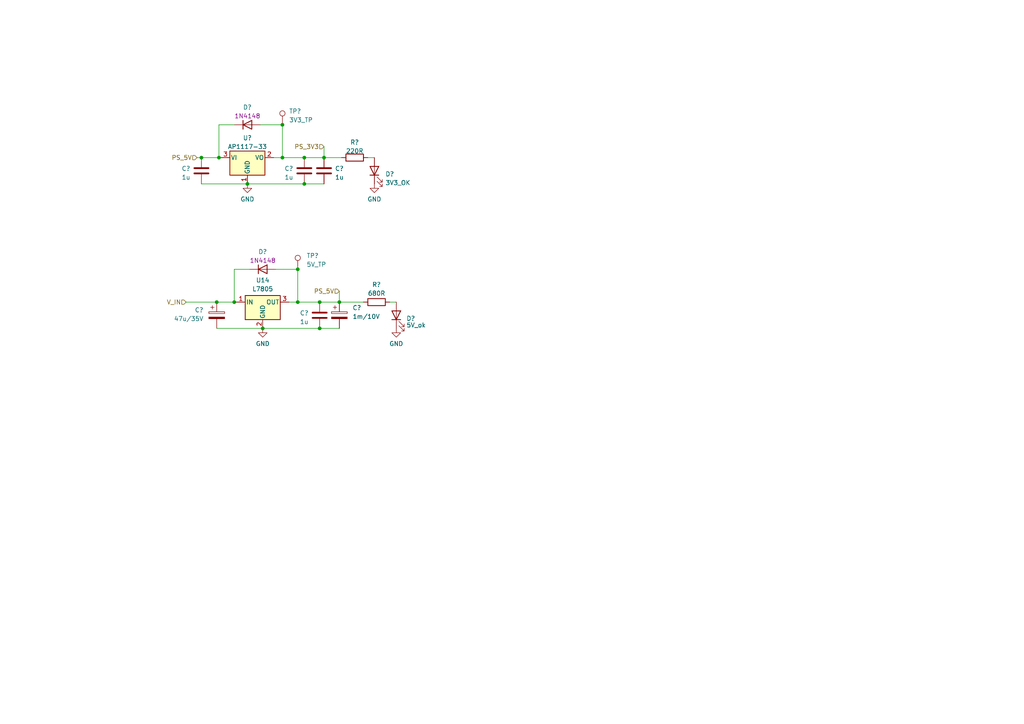
<source format=kicad_sch>
(kicad_sch (version 20230121) (generator eeschema)
  (paper "A4")
  (title_block (title "Auxiliary Power Supplies") (date "2023-04-06") (rev "V1.0") (comment 1 "Zuzanna Kunikowska") (comment 2 "Mateusz Wójcik"))
  (lib_symbols
    (symbol "Connector:TestPoint" (pin_numbers hide) (pin_names (offset 0.762) hide)
      (property "Reference" "TP" (at 0 6.858 0))
      (property "Value" "TestPoint" (at 0 5.08 0))
      (symbol "TestPoint_0_1"
        (circle (center 0 3.302) (radius 0.762))
      )
      (symbol "TestPoint_1_1"
        (pin passive line (at 0 0 90) (length 2.54) (name "1") (number "1"))
      )
    )
    (symbol "Device:C" (pin_numbers hide) (pin_names (offset 0.254))
      (property "Reference" "C" (at 0.635 2.54 0))
      (property "Value" "C" (at 0.635 -2.54 0))
      (symbol "C_0_1"
        (polyline (pts (xy -2.032 -0.762) (xy 2.032 -0.762)) (stroke (width 0.508)))
        (polyline (pts (xy -2.032 0.762) (xy 2.032 0.762)) (stroke (width 0.508)))
      )
      (symbol "C_1_1"
        (pin passive line (at 0 3.81 270) (length 2.794) (name "~") (number "1"))
        (pin passive line (at 0 -3.81 90) (length 2.794) (name "~") (number "2"))
      )
    )
    (symbol "Device:C_Polarized" (pin_numbers hide) (pin_names (offset 0.254))
      (property "Reference" "C" (at 0.635 2.54 0))
      (property "Value" "C_Polarized" (at 0.635 -2.54 0))
      (symbol "C_Polarized_0_1"
        (rectangle (start -2.286 0.508) (end 2.286 1.016))
        (polyline (pts (xy -1.778 2.286) (xy -0.762 2.286)))
        (polyline (pts (xy -1.27 2.794) (xy -1.27 1.778)))
        (rectangle (start 2.286 -0.508) (end -2.286 -1.016) (fill (type outline)))
      )
      (symbol "C_Polarized_1_1"
        (pin passive line (at 0 3.81 270) (length 2.794) (name "~") (number "1"))
        (pin passive line (at 0 -3.81 90) (length 2.794) (name "~") (number "2"))
      )
    )
    (symbol "Device:D" (pin_numbers hide) (pin_names (offset 1.016) hide)
      (property "Reference" "D" (at 0 2.54 0))
      (property "Value" "D" (at 0 -2.54 0))
      (symbol "D_0_1"
        (polyline (pts (xy -1.27 1.27) (xy -1.27 -1.27)) (stroke (width 0.254)))
        (polyline (pts (xy 1.27 0) (xy -1.27 0)))
        (polyline (pts (xy 1.27 1.27) (xy 1.27 -1.27) (xy -1.27 0) (xy 1.27 1.27)) (stroke (width 0.254)))
      )
      (symbol "D_1_1"
        (pin passive line (at -3.81 0 0) (length 2.54) (name "K") (number "1"))
        (pin passive line (at 3.81 0 180) (length 2.54) (name "A") (number "2"))
      )
    )
    (symbol "Device:LED" (pin_numbers hide) (pin_names (offset 1.016) hide)
      (property "Reference" "D" (at 0 2.54 0))
      (property "Value" "LED" (at 0 -2.54 0))
      (symbol "LED_0_1"
        (polyline (pts (xy -1.27 -1.27) (xy -1.27 1.27)) (stroke (width 0.254)))
        (polyline (pts (xy -1.27 0) (xy 1.27 0)))
        (polyline (pts (xy 1.27 -1.27) (xy 1.27 1.27) (xy -1.27 0) (xy 1.27 -1.27)) (stroke (width 0.254)))
        (polyline (pts (xy -3.048 -0.762) (xy -4.572 -2.286) (xy -3.81 -2.286) (xy -4.572 -2.286) (xy -4.572 -1.524)))
        (polyline (pts (xy -1.778 -0.762) (xy -3.302 -2.286) (xy -2.54 -2.286) (xy -3.302 -2.286) (xy -3.302 -1.524)))
      )
      (symbol "LED_1_1"
        (pin passive line (at -3.81 0 0) (length 2.54) (name "K") (number "1"))
        (pin passive line (at 3.81 0 180) (length 2.54) (name "A") (number "2"))
      )
    )
    (symbol "Device:R" (pin_numbers hide) (pin_names (offset 0))
      (property "Reference" "R" (at 2.032 0 90))
      (property "Value" "R" (at 0 0 90))
      (symbol "R_0_1"
        (rectangle (start -1.016 -2.54) (end 1.016 2.54) (stroke (width 0.254)))
      )
      (symbol "R_1_1"
        (pin passive line (at 0 3.81 270) (length 1.27) (name "~") (number "1"))
        (pin passive line (at 0 -3.81 90) (length 1.27) (name "~") (number "2"))
      )
    )
    (symbol "Regulator_Linear:AP1117-33" (pin_names (offset 0.254))
      (property "Reference" "U" (at -3.81 3.175 0))
      (property "Value" "AP1117-33" (at 0 3.175 0))
      (symbol "AP1117-33_0_1"
        (rectangle (start -5.08 -5.08) (end 5.08 1.905) (stroke (width 0.254)) (fill (type background)))
      )
      (symbol "AP1117-33_1_1"
        (pin power_in line (at 0 -7.62 90) (length 2.54) (name "GND") (number "1"))
        (pin power_out line (at 7.62 0 180) (length 2.54) (name "VO") (number "2"))
        (pin power_in line (at -7.62 0 0) (length 2.54) (name "VI") (number "3"))
      )
    )
    (symbol "Regulator_Linear:L7805" (pin_names (offset 0.254))
      (property "Reference" "U" (at -3.81 3.175 0))
      (property "Value" "L7805" (at 0 3.175 0))
      (symbol "L7805_0_1"
        (rectangle (start -5.08 1.905) (end 5.08 -5.08) (stroke (width 0.254)) (fill (type background)))
      )
      (symbol "L7805_1_1"
        (pin power_in line (at -7.62 0 0) (length 2.54) (name "IN") (number "1"))
        (pin power_in line (at 0 -7.62 90) (length 2.54) (name "GND") (number "2"))
        (pin power_out line (at 7.62 0 180) (length 2.54) (name "OUT") (number "3"))
      )
    )
    (symbol "power:GND" (power) (pin_names (offset 0))
      (property "Value" "GND" (at 0 -3.81 0))
      (symbol "GND_0_1"
        (polyline (pts (xy 0 0) (xy 0 -1.27) (xy 1.27 -1.27) (xy 0 -2.54) (xy -1.27 -1.27) (xy 0 -1.27)))
      )
      (symbol "GND_1_1"
        (pin power_in line (at 0 0 270) (length 0) hide (name "GND") (number "1"))
      )
    )
  )
  (junction (at 92.71 95.25))
  (junction (at 93.98 45.72))
  (junction (at 98.425 87.63))
  (junction (at 88.265 45.72))
  (junction (at 81.915 36.195))
  (junction (at 76.2 95.25))
  (junction (at 86.36 87.63))
  (junction (at 88.265 53.34))
  (junction (at 92.71 87.63))
  (junction (at 81.915 45.72))
  (junction (at 58.42 45.72))
  (junction (at 71.755 53.34))
  (junction (at 86.36 78.105))
  (junction (at 63.5 45.72))
  (junction (at 67.945 87.63))
  (junction (at 62.865 87.63))
  (wire (pts (xy 63.5 36.195) (xy 63.5 45.72)))
  (wire (pts (xy 67.945 36.195) (xy 63.5 36.195)))
  (wire (pts (xy 93.98 42.545) (xy 93.98 45.72)))
  (wire (pts (xy 58.42 53.34) (xy 71.755 53.34)))
  (wire (pts (xy 67.945 87.63) (xy 68.58 87.63)))
  (wire (pts (xy 57.15 45.72) (xy 58.42 45.72)))
  (wire (pts (xy 98.425 87.63) (xy 105.41 87.63)))
  (wire (pts (xy 98.425 84.455) (xy 98.425 87.63)))
  (wire (pts (xy 88.265 45.72) (xy 93.98 45.72)))
  (wire (pts (xy 88.265 53.34) (xy 93.98 53.34)))
  (wire (pts (xy 63.5 45.72) (xy 64.135 45.72)))
  (wire (pts (xy 83.82 87.63) (xy 86.36 87.63)))
  (wire (pts (xy 71.755 53.34) (xy 88.265 53.34)))
  (wire (pts (xy 92.71 95.25) (xy 98.425 95.25)))
  (wire (pts (xy 81.915 45.72) (xy 88.265 45.72)))
  (wire (pts (xy 53.975 87.63) (xy 62.865 87.63)))
  (wire (pts (xy 93.98 45.72) (xy 99.06 45.72)))
  (wire (pts (xy 81.915 36.195) (xy 81.915 45.72)))
  (wire (pts (xy 62.865 87.63) (xy 67.945 87.63)))
  (wire (pts (xy 67.945 78.105) (xy 67.945 87.63)))
  (wire (pts (xy 79.375 45.72) (xy 81.915 45.72)))
  (wire (pts (xy 75.565 36.195) (xy 81.915 36.195)))
  (wire (pts (xy 92.71 87.63) (xy 98.425 87.63)))
  (wire (pts (xy 76.2 95.25) (xy 92.71 95.25)))
  (wire (pts (xy 113.03 87.63) (xy 114.935 87.63)))
  (wire (pts (xy 86.36 78.105) (xy 86.36 87.63)))
  (wire (pts (xy 86.36 87.63) (xy 92.71 87.63)))
  (wire (pts (xy 62.865 95.25) (xy 76.2 95.25)))
  (wire (pts (xy 72.39 78.105) (xy 67.945 78.105)))
  (wire (pts (xy 106.68 45.72) (xy 108.585 45.72)))
  (wire (pts (xy 80.01 78.105) (xy 86.36 78.105)))
  (wire (pts (xy 58.42 45.72) (xy 63.5 45.72)))
  (hierarchical_label "PS_5V" (shape input) (at 98.425 84.455 180))
  (hierarchical_label "V_IN" (shape input) (at 53.975 87.63 180))
  (hierarchical_label "PS_5V" (shape input) (at 57.15 45.72 180))
  (hierarchical_label "PS_3V3" (shape input) (at 93.98 42.545 180))
  (symbol (lib_id "power:GND") (at 114.935 95.25 0) (unit 1)
    (property "Reference" "#PWR?" (effects hide))
    (property "Value" "GND" (at 114.935 99.695 0))
    (instances (project "Robot_Controller_PCB" (path "" (reference "#PWR?") (unit 1))) (project "Scout_Robot_Motor_Driver" (path "" (reference "#PWR060") (unit 1))) (project "Scout_Robot_Controller" (path "" (reference "#PWR0118") (unit 1))))
  )
  (symbol (lib_id "power:GND") (at 71.755 53.34 0) (unit 1)
    (property "Reference" "#PWR?" (effects hide))
    (property "Value" "GND" (at 71.755 57.785 0))
    (instances (project "Robot_Controller_PCB" (path "" (reference "#PWR?") (unit 1))) (project "Scout_Robot_Motor_Driver" (path "" (reference "#PWR057") (unit 1))) (project "Scout_Robot_Controller" (path "" (reference "#PWR0117") (unit 1))))
  )
  (symbol (lib_id "Device:C") (at 88.265 49.53 0) (unit 1)
    (property "Reference" "C?" (at 85.09 48.895 0) (effects (justify right)))
    (property "Value" "1u" (at 85.09 51.435 0) (effects (justify right)))
    (property "Footprint" "Capacitor_SMD:C_1206_3216Metric" (effects hide))
    (instances (project "Robot_Controller_PCB" (path "" (reference "C?") (unit 1))) (project "Scout_Robot_Motor_Driver" (path "" (reference "C32") (unit 1))) (project "Scout_Robot_Controller" (path "" (reference "C25") (unit 1))))
  )
  (symbol (lib_id "Device:D") (at 76.2 78.105 0) (unit 1)
    (property "Reference" "D?" (at 76.2 73.025 0))
    (property "Value" "D" (effects hide))
    (property "Footprint" "Diode_SMD:D_1206_3216Metric" (effects hide))
    (property "Datasheet" "https://www.vishay.com/docs/81857/1n4148.pdf" (effects hide))
    (property "MPN" "1N4148" (at 76.2 75.565 0))
    (instances (project "Robot_Controller_PCB" (path "" (reference "D?") (unit 1))) (project "Scout_Robot_Motor_Driver" (path "" (reference "D28") (unit 1))) (project "Scout_Robot_Controller" (path "" (reference "D10") (unit 1))))
  )
  (symbol (lib_id "power:GND") (at 108.585 53.34 0) (unit 1)
    (property "Reference" "#PWR?" (effects hide))
    (property "Value" "GND" (at 108.585 57.785 0))
    (instances (project "Robot_Controller_PCB" (path "" (reference "#PWR?") (unit 1))) (project "Scout_Robot_Motor_Driver" (path "" (reference "#PWR059") (unit 1))) (project "Scout_Robot_Controller" (path "" (reference "#PWR0118") (unit 1))))
  )
  (symbol (lib_id "Device:LED") (at 114.935 91.44 90) (unit 1)
    (property "Reference" "D?" (at 117.856 92.3838 90) (effects (justify right)))
    (property "Value" "5V_ok" (at 117.856 94.3048 90) (effects (justify right)))
    (property "Footprint" "LED_SMD:LED_0805_2012Metric" (effects hide))
    (instances (project "Robot_Controller_PCB" (path "" (reference "D?") (unit 1))) (project "Scout_Robot_Motor_Driver" (path "" (reference "D30") (unit 1))) (project "Scout_Robot_Controller" (path "" (reference "D11") (unit 1))))
  )
  (symbol (lib_id "Device:R") (at 102.87 45.72 90) (unit 1)
    (property "Reference" "R?" (at 102.87 41.275 90))
    (property "Value" "220R" (at 102.87 43.815 90))
    (property "Footprint" "Resistor_SMD:R_0805_2012Metric" (effects hide))
    (instances (project "Robot_Controller_PCB" (path "" (reference "R?") (unit 1))) (project "Scout_Robot_Motor_Driver" (path "" (reference "R45") (unit 1))) (project "Scout_Robot_Controller" (path "" (reference "R49") (unit 1))))
  )
  (symbol (lib_id "Device:C_Polarized") (at 62.865 91.44 0) (unit 1)
    (property "Reference" "C?" (at 59.055 89.916 0) (effects (justify right)))
    (property "Value" "47u/35V" (at 59.055 92.456 0) (effects (justify right)))
    (property "Footprint" "Capacitor_SMD:CP_Elec_6.3x5.8" (effects hide))
    (instances (project "Robot_Controller_PCB" (path "" (reference "C?") (unit 1))) (project "Scout_Robot_Motor_Driver" (path "" (reference "C31") (unit 1))) (project "Scout_Robot_Controller" (path "" (reference "C15") (unit 1))))
  )
  (symbol (lib_id "Connector:TestPoint") (at 86.36 78.105 0) (unit 1)
    (property "Reference" "TP?" (at 88.9 74.168 0) (effects (justify left)))
    (property "Value" "5V_TP" (at 88.9 76.708 0) (effects (justify left)))
    (property "Footprint" "TestPoint:TestPoint_Pad_D2.0mm" (effects hide))
    (instances (project "Robot_Controller_PCB" (path "" (reference "TP?") (unit 1))) (project "Scout_Robot_Motor_Driver" (path "" (reference "TP8") (unit 1))) (project "Scout_Robot_Controller" (path "" (reference "TP?") (unit 1)) (path "" (reference "TP21") (unit 1))))
  )
  (symbol (lib_id "Regulator_Linear:L7805") (at 76.2 87.63 0) (unit 1)
    (property "Reference" "U14" (at 76.2 81.28 0))
    (property "Value" "L7805" (at 76.2 83.82 0))
    (property "Footprint" "Package_TO_SOT_SMD:TO-252-2" (effects hide))
    (property "Datasheet" "http://www.st.com/content/ccc/resource/technical/document/datasheet/41/4f/b3/b0/12/d4/47/88/CD00000444.pdf/files/CD00000444.pdf/jcr:content/translations/en.CD00000444.pdf" (effects hide))
  )
  (symbol (lib_id "power:GND") (at 76.2 95.25 0) (unit 1)
    (property "Reference" "#PWR?" (effects hide))
    (property "Value" "GND" (at 76.2 99.695 0))
    (instances (project "Robot_Controller_PCB" (path "" (reference "#PWR?") (unit 1))) (project "Scout_Robot_Motor_Driver" (path "" (reference "#PWR058") (unit 1))) (project "Scout_Robot_Controller" (path "" (reference "#PWR0117") (unit 1))))
  )
  (symbol (lib_id "Regulator_Linear:AP1117-33") (at 71.755 45.72 0) (unit 1)
    (property "Reference" "U?" (at 71.755 40.005 0))
    (property "Value" "AP1117-33" (at 71.755 42.545 0))
    (property "Footprint" "Package_TO_SOT_SMD:SOT-223-3_TabPin2" (effects hide))
    (property "Datasheet" "http://www.diodes.com/datasheets/AP1117.pdf" (effects hide))
    (instances (project "Robot_Controller_PCB" (path "" (reference "U?") (unit 1))) (project "Scout_Robot_Motor_Driver" (path "" (reference "U13") (unit 1))) (project "Scout_Robot_Controller" (path "" (reference "U7") (unit 1))))
  )
  (symbol (lib_id "Device:R") (at 109.22 87.63 90) (unit 1)
    (property "Reference" "R?" (at 109.22 82.55 90))
    (property "Value" "680R" (at 109.22 85.09 90))
    (property "Footprint" "Resistor_SMD:R_0805_2012Metric" (effects hide))
    (instances (project "Robot_Controller_PCB" (path "" (reference "R?") (unit 1))) (project "Scout_Robot_Motor_Driver" (path "" (reference "R46") (unit 1))) (project "Scout_Robot_Controller" (path "" (reference "R49") (unit 1))))
  )
  (symbol (lib_id "Device:C") (at 92.71 91.44 0) (unit 1)
    (property "Reference" "C?" (at 89.535 90.805 0) (effects (justify right)))
    (property "Value" "1u" (at 89.535 93.345 0) (effects (justify right)))
    (property "Footprint" "Capacitor_SMD:C_1206_3216Metric" (effects hide))
    (instances (project "Robot_Controller_PCB" (path "" (reference "C?") (unit 1))) (project "Scout_Robot_Motor_Driver" (path "" (reference "C33") (unit 1))) (project "Scout_Robot_Controller" (path "" (reference "C25") (unit 1))))
  )
  (symbol (lib_id "Device:LED") (at 108.585 49.53 90) (unit 1)
    (property "Reference" "D?" (at 111.76 50.4825 90) (effects (justify right)))
    (property "Value" "3V3_OK" (at 111.76 53.0225 90) (effects (justify right)))
    (property "Footprint" "LED_SMD:LED_0805_2012Metric" (effects hide))
    (instances (project "Robot_Controller_PCB" (path "" (reference "D?") (unit 1))) (project "Scout_Robot_Motor_Driver" (path "" (reference "D29") (unit 1))) (project "Scout_Robot_Controller" (path "" (reference "D11") (unit 1))))
  )
  (symbol (lib_id "Device:D") (at 71.755 36.195 0) (unit 1)
    (property "Reference" "D?" (at 71.755 31.115 0))
    (property "Value" "D" (effects hide))
    (property "Footprint" "Diode_SMD:D_1206_3216Metric" (effects hide))
    (property "Datasheet" "https://www.vishay.com/docs/81857/1n4148.pdf" (effects hide))
    (property "MPN" "1N4148" (at 71.755 33.655 0))
    (instances (project "Robot_Controller_PCB" (path "" (reference "D?") (unit 1))) (project "Scout_Robot_Motor_Driver" (path "" (reference "D27") (unit 1))) (project "Scout_Robot_Controller" (path "" (reference "D10") (unit 1))))
  )
  (symbol (lib_id "Device:C_Polarized") (at 98.425 91.44 0) (unit 1)
    (property "Reference" "C?" (at 102.235 89.2809 0) (effects (justify left)))
    (property "Value" "1m/10V" (at 102.235 91.8209 0) (effects (justify left)))
    (property "Footprint" "Capacitor_SMD:CP_Elec_10x7.9" (effects hide))
    (instances (project "Robot_Controller_PCB" (path "" (reference "C?") (unit 1))) (project "Scout_Robot_Motor_Driver" (path "" (reference "C35") (unit 1))) (project "Scout_Robot_Controller" (path "" (reference "C20") (unit 1))))
  )
  (symbol (lib_id "Device:C") (at 93.98 49.53 0) (unit 1)
    (property "Reference" "C?" (at 97.155 48.895 0) (effects (justify left)))
    (property "Value" "1u" (at 97.155 51.435 0) (effects (justify left)))
    (property "Footprint" "Capacitor_SMD:C_1206_3216Metric" (effects hide))
    (instances (project "Robot_Controller_PCB" (path "" (reference "C?") (unit 1))) (project "Scout_Robot_Motor_Driver" (path "" (reference "C34") (unit 1))) (project "Scout_Robot_Controller" (path "" (reference "C26") (unit 1))))
  )
  (symbol (lib_id "Device:C") (at 58.42 49.53 0) (unit 1)
    (property "Reference" "C?" (at 55.245 48.895 0) (effects (justify right)))
    (property "Value" "1u" (at 55.245 51.435 0) (effects (justify right)))
    (property "Footprint" "Capacitor_SMD:C_1206_3216Metric" (effects hide))
    (instances (project "Robot_Controller_PCB" (path "" (reference "C?") (unit 1))) (project "Scout_Robot_Motor_Driver" (path "" (reference "C30") (unit 1))) (project "Scout_Robot_Controller" (path "" (reference "C24") (unit 1))))
  )
  (symbol (lib_id "Connector:TestPoint") (at 81.915 36.195 0) (unit 1)
    (property "Reference" "TP?" (at 83.82 32.258 0) (effects (justify left)))
    (property "Value" "3V3_TP" (at 83.82 34.798 0) (effects (justify left)))
    (property "Footprint" "TestPoint:TestPoint_Pad_D2.0mm" (effects hide))
    (instances (project "Robot_Controller_PCB" (path "" (reference "TP?") (unit 1))) (project "Scout_Robot_Motor_Driver" (path "" (reference "TP7") (unit 1))) (project "Scout_Robot_Controller" (path "" (reference "TP?") (unit 1)) (path "" (reference "TP21") (unit 1))))
  )
)
</source>
